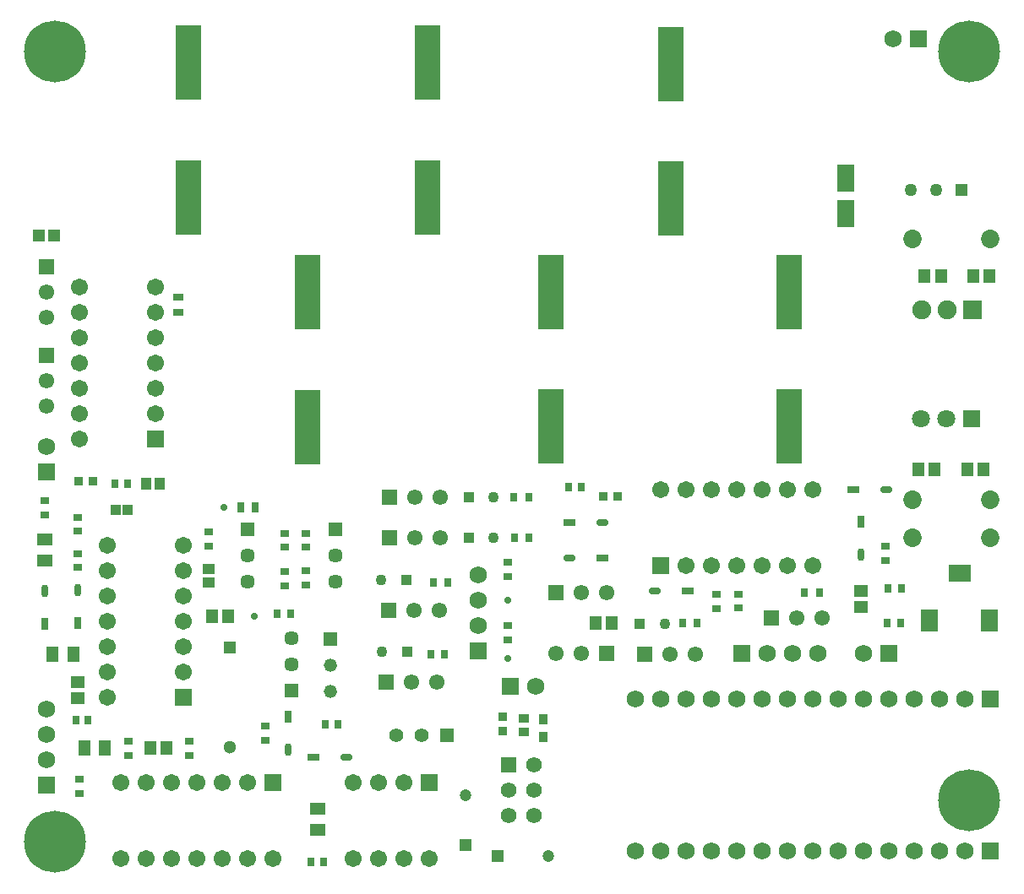
<source format=gts>
G04*
G04 #@! TF.GenerationSoftware,Altium Limited,Altium Designer,24.6.1 (21)*
G04*
G04 Layer_Color=8388736*
%FSLAX44Y44*%
%MOMM*%
G71*
G04*
G04 #@! TF.SameCoordinates,44A1DD27-CD51-42AF-A16C-F6F8CAE25C75*
G04*
G04*
G04 #@! TF.FilePolarity,Negative*
G04*
G01*
G75*
%ADD19R,0.9000X1.0000*%
%ADD20R,2.5000X7.5000*%
%ADD21R,0.9350X0.9621*%
%ADD22R,0.7025X1.2575*%
G04:AMPARAMS|DCode=23|XSize=1.2575mm|YSize=0.7025mm|CornerRadius=0.3512mm|HoleSize=0mm|Usage=FLASHONLY|Rotation=270.000|XOffset=0mm|YOffset=0mm|HoleType=Round|Shape=RoundedRectangle|*
%AMROUNDEDRECTD23*
21,1,1.2575,0.0000,0,0,270.0*
21,1,0.5550,0.7025,0,0,270.0*
1,1,0.7025,0.0000,-0.2775*
1,1,0.7025,0.0000,0.2775*
1,1,0.7025,0.0000,0.2775*
1,1,0.7025,0.0000,-0.2775*
%
%ADD23ROUNDEDRECTD23*%
%ADD26R,0.9500X0.7000*%
%ADD27R,1.0000X0.7500*%
%ADD28R,1.3046X1.4562*%
%ADD29R,0.7000X0.9500*%
G04:AMPARAMS|DCode=30|XSize=1.2575mm|YSize=0.7025mm|CornerRadius=0.3512mm|HoleSize=0mm|Usage=FLASHONLY|Rotation=0.000|XOffset=0mm|YOffset=0mm|HoleType=Round|Shape=RoundedRectangle|*
%AMROUNDEDRECTD30*
21,1,1.2575,0.0000,0,0,0.0*
21,1,0.5550,0.7025,0,0,0.0*
1,1,0.7025,0.2775,0.0000*
1,1,0.7025,-0.2775,0.0000*
1,1,0.7025,-0.2775,0.0000*
1,1,0.7025,0.2775,0.0000*
%
%ADD30ROUNDEDRECTD30*%
%ADD31R,1.2575X0.7025*%
%ADD32R,0.6500X0.9000*%
%ADD33R,0.9000X0.6500*%
%ADD34R,1.4562X1.3046*%
%ADD35R,0.6587X0.8121*%
%ADD36R,1.2065X1.5082*%
%ADD37R,0.9621X0.9350*%
%ADD40R,1.5082X1.2065*%
%ADD42R,0.7350X0.8621*%
%ADD43R,0.7500X1.0000*%
%ADD44R,1.8032X2.8032*%
%ADD45R,1.2532X1.2032*%
%ADD46R,1.1032X0.9032*%
%ADD47R,1.0032X1.1032*%
%ADD48R,1.2032X1.1032*%
%ADD49R,1.1032X1.2032*%
%ADD50C,1.7532*%
%ADD51R,1.7532X1.7532*%
%ADD52C,1.7332*%
%ADD53R,1.7332X1.7332*%
%ADD54C,6.1976*%
%ADD55C,1.8532*%
%ADD56R,2.3032X1.7032*%
%ADD57R,1.7032X2.3032*%
%ADD58R,1.8032X1.8032*%
%ADD59C,1.8032*%
%ADD60C,1.5500*%
%ADD61R,1.5500X1.5500*%
%ADD62C,0.7032*%
%ADD63R,1.4500X1.4500*%
%ADD64C,1.4500*%
%ADD65R,1.7032X1.7032*%
%ADD66C,1.7032*%
%ADD67R,1.7532X1.7532*%
%ADD68R,1.5500X1.5500*%
%ADD69C,1.1000*%
%ADD70R,1.1000X1.1000*%
%ADD71C,1.2000*%
%ADD72R,1.2000X1.2000*%
%ADD73C,1.5700*%
%ADD74R,1.5700X1.5700*%
%ADD75R,1.7032X1.7032*%
%ADD76R,1.9032X1.9032*%
%ADD77C,1.9032*%
%ADD78R,1.2700X1.2700*%
%ADD79C,1.2700*%
%ADD80R,1.2000X1.2000*%
%ADD81C,1.4000*%
%ADD82R,1.4000X1.4000*%
%ADD83C,1.3208*%
%ADD84R,1.3208X1.3208*%
%ADD85C,1.3000*%
%ADD86R,1.3000X1.3000*%
D19*
X896620Y163940D02*
D03*
Y145940D02*
D03*
D20*
X904240Y457010D02*
D03*
Y592010D02*
D03*
X1024890Y685610D02*
D03*
Y820610D02*
D03*
X1143000Y457010D02*
D03*
Y592010D02*
D03*
X541020Y686880D02*
D03*
Y821880D02*
D03*
X660400Y456820D02*
D03*
Y591820D02*
D03*
X781050Y821880D02*
D03*
Y686880D02*
D03*
D21*
X971084Y387350D02*
D03*
X956776D02*
D03*
X430996Y402590D02*
D03*
X445304D02*
D03*
D22*
X1215390Y361937D02*
D03*
X641350Y166364D02*
D03*
X397510Y259086D02*
D03*
X430530Y260363D02*
D03*
D23*
X1215390Y328930D02*
D03*
X641350Y133356D02*
D03*
X397510Y292094D02*
D03*
X430530Y293370D02*
D03*
D26*
X637540Y349650D02*
D03*
Y336150D02*
D03*
X659130Y350050D02*
D03*
Y336550D02*
D03*
X1092200Y275190D02*
D03*
Y288690D02*
D03*
X430530Y366160D02*
D03*
Y352660D02*
D03*
Y329330D02*
D03*
Y315830D02*
D03*
D27*
X530860Y586620D02*
D03*
Y571620D02*
D03*
D28*
X949522Y260350D02*
D03*
X965638D02*
D03*
X1337748Y414020D02*
D03*
X1321632D02*
D03*
X1327544Y608330D02*
D03*
X1343660D02*
D03*
X1295006D02*
D03*
X1278890D02*
D03*
X1272540Y414020D02*
D03*
X1288656D02*
D03*
X519036Y134620D02*
D03*
X502920D02*
D03*
X564712Y266700D02*
D03*
X580828D02*
D03*
D29*
X676910Y20320D02*
D03*
X663410D02*
D03*
X1255560Y294640D02*
D03*
X1242060D02*
D03*
X480460Y400050D02*
D03*
X466960D02*
D03*
D30*
X956304Y360680D02*
D03*
X923296Y325120D02*
D03*
X1240777Y393700D02*
D03*
X1008386Y292100D02*
D03*
X699764Y125730D02*
D03*
D31*
X923296Y360680D02*
D03*
X956304Y325120D02*
D03*
X1207770Y393700D02*
D03*
X1041394Y292100D02*
D03*
X666756Y125730D02*
D03*
D32*
X1158610Y290830D02*
D03*
X1173110D02*
D03*
X801000Y300990D02*
D03*
X786500D02*
D03*
X881910Y386080D02*
D03*
X867410D02*
D03*
X1036320Y260350D02*
D03*
X1050820D02*
D03*
X882280Y345440D02*
D03*
X867780D02*
D03*
D33*
X1070610Y274690D02*
D03*
Y289190D02*
D03*
X1239520Y337450D02*
D03*
Y322950D02*
D03*
X431800Y103770D02*
D03*
Y89270D02*
D03*
X481330Y141870D02*
D03*
Y127370D02*
D03*
X561340Y351420D02*
D03*
Y336920D02*
D03*
X542290Y141870D02*
D03*
Y127370D02*
D03*
X397510Y368670D02*
D03*
Y383170D02*
D03*
X637540Y312050D02*
D03*
Y297550D02*
D03*
X861060Y306440D02*
D03*
Y320940D02*
D03*
X659130Y297920D02*
D03*
Y312420D02*
D03*
X861060Y242940D02*
D03*
Y257440D02*
D03*
X618490Y157110D02*
D03*
Y142610D02*
D03*
D34*
X1215390Y292538D02*
D03*
Y276422D02*
D03*
X430530Y184544D02*
D03*
Y200660D02*
D03*
D35*
X1255177Y260350D02*
D03*
X1241643D02*
D03*
X784443Y228600D02*
D03*
X797977D02*
D03*
X630356Y269240D02*
D03*
X643890D02*
D03*
D36*
X436531Y134620D02*
D03*
X457549D02*
D03*
X404781Y228600D02*
D03*
X425799D02*
D03*
D37*
X855980Y151596D02*
D03*
Y165904D02*
D03*
D40*
X397510Y322580D02*
D03*
Y343597D02*
D03*
X670560Y52643D02*
D03*
Y73660D02*
D03*
D42*
X934720Y396240D02*
D03*
X922412D02*
D03*
X428186Y162560D02*
D03*
X440494D02*
D03*
X678376Y158750D02*
D03*
X690684D02*
D03*
D43*
X593210Y375920D02*
D03*
X608210D02*
D03*
D44*
X1200150Y670560D02*
D03*
Y706560D02*
D03*
D45*
X406400Y648970D02*
D03*
X391400D02*
D03*
D46*
X877570Y163980D02*
D03*
Y150980D02*
D03*
D47*
X468060Y373380D02*
D03*
X480060D02*
D03*
D48*
X561340Y313840D02*
D03*
Y300840D02*
D03*
D49*
X498960Y400050D02*
D03*
X511960D02*
D03*
D50*
X1247140Y845820D02*
D03*
X398780Y436880D02*
D03*
X831850Y308610D02*
D03*
Y283210D02*
D03*
Y257810D02*
D03*
X1217930Y229870D02*
D03*
X398780Y123190D02*
D03*
Y148590D02*
D03*
Y173990D02*
D03*
X889000Y196850D02*
D03*
X1172210Y229870D02*
D03*
X1146810D02*
D03*
X1121410D02*
D03*
D51*
X1272540Y845820D02*
D03*
X1243330Y229870D02*
D03*
X863600Y196850D02*
D03*
X1096010Y229870D02*
D03*
D52*
X989330Y31750D02*
D03*
Y184150D02*
D03*
X1014730Y31750D02*
D03*
Y184150D02*
D03*
X1040130Y31750D02*
D03*
Y184150D02*
D03*
X1065530Y31750D02*
D03*
Y184150D02*
D03*
X1090930Y31750D02*
D03*
Y184150D02*
D03*
X1116330Y31750D02*
D03*
Y184150D02*
D03*
X1141730Y31750D02*
D03*
Y184150D02*
D03*
X1167130Y31750D02*
D03*
Y184150D02*
D03*
X1192530Y31750D02*
D03*
Y184150D02*
D03*
X1217930Y31750D02*
D03*
Y184150D02*
D03*
X1243330Y31750D02*
D03*
Y184150D02*
D03*
X1268730Y31750D02*
D03*
Y184150D02*
D03*
X1294130Y31750D02*
D03*
Y184150D02*
D03*
X1319530Y31750D02*
D03*
Y184150D02*
D03*
D53*
X1344930Y31750D02*
D03*
Y184150D02*
D03*
D54*
X1323340Y82550D02*
D03*
Y833120D02*
D03*
X407670D02*
D03*
Y40640D02*
D03*
D55*
X1344560Y383540D02*
D03*
X1266560D02*
D03*
X1344560Y345440D02*
D03*
X1266560D02*
D03*
X1344560Y645160D02*
D03*
X1266560D02*
D03*
D56*
X1313660Y309890D02*
D03*
D57*
X1343660Y262890D02*
D03*
X1283660D02*
D03*
D58*
X1325880Y464820D02*
D03*
D59*
X1300480D02*
D03*
X1275080D02*
D03*
D60*
X398780Y566420D02*
D03*
Y591820D02*
D03*
X960120Y290830D02*
D03*
X934720D02*
D03*
X768350Y345440D02*
D03*
X793750D02*
D03*
X767080Y273050D02*
D03*
X792480D02*
D03*
X789940Y200660D02*
D03*
X764540D02*
D03*
X793750Y386080D02*
D03*
X768350D02*
D03*
X1049020Y228600D02*
D03*
X1023620D02*
D03*
X398780Y502920D02*
D03*
Y477520D02*
D03*
X934720Y229870D02*
D03*
X909320D02*
D03*
X1150620Y265430D02*
D03*
X1176020D02*
D03*
D61*
X398780Y617220D02*
D03*
Y528320D02*
D03*
D62*
X576580Y375920D02*
D03*
X607060Y266700D02*
D03*
X861060Y283210D02*
D03*
Y224790D02*
D03*
D63*
X688350Y353660D02*
D03*
X644240Y192440D02*
D03*
X600720Y353660D02*
D03*
D64*
X688350Y327660D02*
D03*
Y301660D02*
D03*
X644240Y218440D02*
D03*
Y244440D02*
D03*
X600720Y301660D02*
D03*
Y327660D02*
D03*
D65*
X508000Y444500D02*
D03*
X535940Y185420D02*
D03*
D66*
X508000Y469900D02*
D03*
Y495300D02*
D03*
Y520700D02*
D03*
Y546100D02*
D03*
Y571500D02*
D03*
Y596900D02*
D03*
X431800Y444500D02*
D03*
Y469900D02*
D03*
Y495300D02*
D03*
Y520700D02*
D03*
Y546100D02*
D03*
Y571500D02*
D03*
Y596900D02*
D03*
X1167130Y393700D02*
D03*
X1141730D02*
D03*
X1116330D02*
D03*
X1090930D02*
D03*
X1065530D02*
D03*
X1040130D02*
D03*
X1014730D02*
D03*
X1167130Y317500D02*
D03*
X1141730D02*
D03*
X1116330D02*
D03*
X1090930D02*
D03*
X1065530D02*
D03*
X1040130D02*
D03*
X473710Y24130D02*
D03*
X499110D02*
D03*
X524510D02*
D03*
X549910D02*
D03*
X575310D02*
D03*
X600710D02*
D03*
X626110D02*
D03*
X499110Y100330D02*
D03*
X524510D02*
D03*
X549910D02*
D03*
X575310D02*
D03*
X600710D02*
D03*
X473710D02*
D03*
X756920D02*
D03*
X731520D02*
D03*
X706120D02*
D03*
X782320Y24130D02*
D03*
X756920D02*
D03*
X731520D02*
D03*
X706120D02*
D03*
X459740Y337820D02*
D03*
Y312420D02*
D03*
Y287020D02*
D03*
Y261620D02*
D03*
Y236220D02*
D03*
Y210820D02*
D03*
Y185420D02*
D03*
X535940Y337820D02*
D03*
Y312420D02*
D03*
Y287020D02*
D03*
Y261620D02*
D03*
Y236220D02*
D03*
Y210820D02*
D03*
D67*
X398780Y411480D02*
D03*
X831850Y232410D02*
D03*
X398780Y97790D02*
D03*
D68*
X909320Y290830D02*
D03*
X742950Y345440D02*
D03*
X741680Y273050D02*
D03*
X739140Y200660D02*
D03*
X742950Y386080D02*
D03*
X998220Y228600D02*
D03*
X960120Y229870D02*
D03*
X1125220Y265430D02*
D03*
D69*
X1018540Y259080D02*
D03*
X846890Y345440D02*
D03*
Y386080D02*
D03*
X735330Y231140D02*
D03*
X734260Y303530D02*
D03*
D70*
X993540Y259080D02*
D03*
X821890Y345440D02*
D03*
Y386080D02*
D03*
X760330Y231140D02*
D03*
X759260Y303530D02*
D03*
D71*
X819150Y87230D02*
D03*
X901300Y26670D02*
D03*
D72*
X819150Y37230D02*
D03*
D73*
X887730Y67310D02*
D03*
Y92710D02*
D03*
Y118110D02*
D03*
X862330Y67310D02*
D03*
Y92710D02*
D03*
D74*
Y118110D02*
D03*
D75*
X1014730Y317500D02*
D03*
X626110Y100330D02*
D03*
X782320D02*
D03*
D76*
X1327150Y574040D02*
D03*
D77*
X1301750D02*
D03*
X1276350D02*
D03*
D78*
X1315720Y694690D02*
D03*
D79*
X1290320D02*
D03*
X1264920D02*
D03*
D80*
X851300Y26670D02*
D03*
D81*
X749700Y147320D02*
D03*
X774700D02*
D03*
D82*
X799700D02*
D03*
D83*
X683610Y191840D02*
D03*
Y217840D02*
D03*
D84*
Y243840D02*
D03*
D85*
X582930Y135420D02*
D03*
D86*
Y235420D02*
D03*
M02*

</source>
